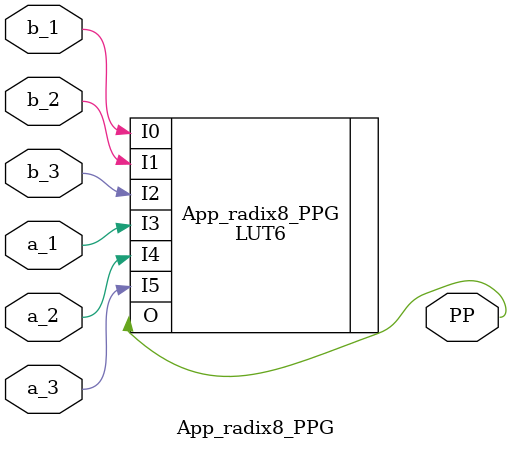
<source format=v>
module App_radix8_PPG(
    input  b_3,       //encoding signal b_{3i+2}
    input  b_2,       //encoding signal b_{3i+1}
    input  b_1,       //encoding signal b_{3i}
    
    input  a_1,       //decoding signal a_{j}
    input  a_2,       //decoding signal a_{j-1}
    input  a_3,       //decoding signal 3A_j
    
    output wire PP   //PP_{i, j}
    );
    
   LUT6 #(.INIT(64'h0E4C2A6816543270)) App_radix8_PPG (
        .I0(b_1), .I1(b_2), .I2(b_3), .I3(a_1), .I4(a_2), .I5(a_3),
        .O(PP)
        );
        
endmodule
</source>
